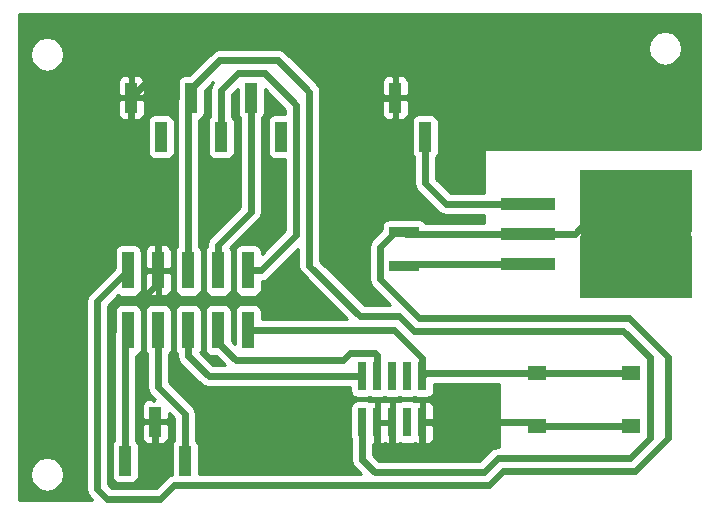
<source format=gbr>
G04 #@! TF.FileFunction,Copper,L1,Top,Mixed*
%FSLAX46Y46*%
G04 Gerber Fmt 4.6, Leading zero omitted, Abs format (unit mm)*
G04 Created by KiCad (PCBNEW 4.0.7-e2-6376~60~ubuntu17.10.1) date Thu Apr  5 10:53:41 2018*
%MOMM*%
%LPD*%
G01*
G04 APERTURE LIST*
%ADD10C,0.100000*%
%ADD11R,1.000000X3.150000*%
%ADD12R,1.000000X2.510000*%
%ADD13R,0.740000X2.400000*%
%ADD14R,2.500000X0.900000*%
%ADD15R,1.550000X1.300000*%
%ADD16R,4.600000X1.100000*%
%ADD17R,9.400000X10.800000*%
%ADD18R,4.550000X5.250000*%
%ADD19C,0.600000*%
%ADD20C,0.254000*%
G04 APERTURE END LIST*
D10*
D11*
X134874000Y-86883000D03*
X134874000Y-91933000D03*
X132334000Y-86883000D03*
X132334000Y-91933000D03*
X129794000Y-86883000D03*
X129794000Y-91933000D03*
X127254000Y-86883000D03*
X127254000Y-91933000D03*
X124714000Y-86883000D03*
X124714000Y-91933000D03*
D12*
X127000000Y-99691000D03*
X129540000Y-103001000D03*
X124460000Y-103001000D03*
D13*
X144526000Y-99740000D03*
X144526000Y-95840000D03*
X145796000Y-99740000D03*
X145796000Y-95840000D03*
X147066000Y-99740000D03*
X147066000Y-95840000D03*
X148336000Y-99740000D03*
X148336000Y-95840000D03*
X149606000Y-99740000D03*
X149606000Y-95840000D03*
D12*
X149860000Y-75569000D03*
X147320000Y-72259000D03*
X127508000Y-75569000D03*
X132588000Y-75569000D03*
X137668000Y-75569000D03*
X124968000Y-72259000D03*
X130048000Y-72259000D03*
X135128000Y-72259000D03*
D14*
X148082000Y-86540000D03*
X148082000Y-83640000D03*
D15*
X159347000Y-95540000D03*
X167297000Y-95540000D03*
X159347000Y-100040000D03*
X167297000Y-100040000D03*
D16*
X158563000Y-81280000D03*
X158563000Y-83820000D03*
X158563000Y-86360000D03*
D17*
X167713000Y-83820000D03*
D18*
X170138000Y-86595000D03*
X165288000Y-81045000D03*
X170138000Y-81045000D03*
X165288000Y-86595000D03*
D19*
X134874000Y-86883000D02*
X135974000Y-86883000D01*
X135974000Y-86883000D02*
X138968001Y-83888999D01*
X138968001Y-83888999D02*
X138968001Y-72903999D01*
X138968001Y-72903999D02*
X136268001Y-70203999D01*
X136268001Y-70203999D02*
X133987999Y-70203999D01*
X133987999Y-70203999D02*
X132588000Y-71603998D01*
X132588000Y-71603998D02*
X132588000Y-73714000D01*
X132588000Y-73714000D02*
X132588000Y-75569000D01*
X149606000Y-94315302D02*
X149606000Y-95840000D01*
X134874000Y-91933000D02*
X147223698Y-91933000D01*
X147223698Y-91933000D02*
X149606000Y-94315302D01*
X149606000Y-95840000D02*
X149906000Y-95540000D01*
X149906000Y-95540000D02*
X159347000Y-95540000D01*
X159347000Y-95540000D02*
X167297000Y-95540000D01*
X159047000Y-95840000D02*
X159347000Y-95540000D01*
X132334000Y-86883000D02*
X132334000Y-84708000D01*
X135128000Y-74114000D02*
X135128000Y-72259000D01*
X132334000Y-84708000D02*
X135128000Y-81914000D01*
X135128000Y-81914000D02*
X135128000Y-74114000D01*
X132334000Y-91933000D02*
X132334000Y-93008000D01*
X145796000Y-94040000D02*
X145796000Y-95840000D01*
X132334000Y-93008000D02*
X133814000Y-94488000D01*
X133814000Y-94488000D02*
X142867998Y-94488000D01*
X142867998Y-94488000D02*
X143515999Y-93839999D01*
X143515999Y-93839999D02*
X145595999Y-93839999D01*
X145595999Y-93839999D02*
X145796000Y-94040000D01*
X148878359Y-92032011D02*
X147608359Y-90762011D01*
X147608359Y-90762011D02*
X144356011Y-90762011D01*
X168872001Y-94249999D02*
X166654013Y-92032011D01*
X166654013Y-92032011D02*
X148878359Y-92032011D01*
X140068013Y-86474013D02*
X140068013Y-71742013D01*
X168872001Y-101098349D02*
X168872001Y-94249999D01*
X132448011Y-69103989D02*
X130048000Y-71504000D01*
X130048000Y-71504000D02*
X130048000Y-72259000D01*
X167184361Y-102785989D02*
X168872001Y-101098349D01*
X140068013Y-71742013D02*
X137429989Y-69103989D01*
X137429989Y-69103989D02*
X132448011Y-69103989D01*
X156008361Y-102785989D02*
X167184361Y-102785989D01*
X154824340Y-103970010D02*
X156008361Y-102785989D01*
X144526000Y-102901649D02*
X145594361Y-103970010D01*
X145594361Y-103970010D02*
X154824340Y-103970010D01*
X144356011Y-90762011D02*
X140068013Y-86474013D01*
X144526000Y-99740000D02*
X144526000Y-102901649D01*
X129794000Y-86883000D02*
X129794000Y-72513000D01*
X129794000Y-72513000D02*
X130048000Y-72259000D01*
X129794000Y-91933000D02*
X129794000Y-94108000D01*
X129794000Y-94108000D02*
X131526000Y-95840000D01*
X143556000Y-95840000D02*
X144526000Y-95840000D01*
X131526000Y-95840000D02*
X143556000Y-95840000D01*
X123419998Y-105156000D02*
X125500002Y-105156000D01*
X125500002Y-105156000D02*
X127000000Y-103656002D01*
X127000000Y-103656002D02*
X127000000Y-101546000D01*
X127000000Y-101546000D02*
X127000000Y-99691000D01*
X125654001Y-89557999D02*
X123573999Y-89557999D01*
X127254000Y-87958000D02*
X125654001Y-89557999D01*
X127254000Y-86883000D02*
X127254000Y-87958000D01*
X123573999Y-89557999D02*
X123159999Y-89971999D01*
X123159999Y-89971999D02*
X123159999Y-104896001D01*
X123159999Y-104896001D02*
X123419998Y-105156000D01*
X141964978Y-68003978D02*
X146220000Y-72259000D01*
X124968000Y-72259000D02*
X129223022Y-68003978D01*
X129223022Y-68003978D02*
X141964978Y-68003978D01*
X146220000Y-72259000D02*
X147320000Y-72259000D01*
X124968000Y-72259000D02*
X124968000Y-76224002D01*
X124968000Y-76224002D02*
X127254000Y-78510002D01*
X127254000Y-78510002D02*
X127254000Y-84708000D01*
X127254000Y-84708000D02*
X127254000Y-86883000D01*
X145796000Y-102616000D02*
X146050000Y-102870000D01*
X146050000Y-102870000D02*
X147320000Y-102870000D01*
X145796000Y-99740000D02*
X145796000Y-102616000D01*
X149352000Y-102870000D02*
X149606000Y-102616000D01*
X149606000Y-102616000D02*
X149606000Y-99740000D01*
X147320000Y-102870000D02*
X149352000Y-102870000D01*
X147066000Y-102616000D02*
X147320000Y-102870000D01*
X147066000Y-99740000D02*
X147066000Y-102616000D01*
X149606000Y-99740000D02*
X159047000Y-99740000D01*
X159047000Y-99740000D02*
X159347000Y-100040000D01*
X159347000Y-100040000D02*
X160722000Y-100040000D01*
X160722000Y-100040000D02*
X167297000Y-100040000D01*
X129540000Y-103001000D02*
X129540000Y-99035998D01*
X129540000Y-99035998D02*
X127254000Y-96749998D01*
X127254000Y-96749998D02*
X127254000Y-94108000D01*
X127254000Y-94108000D02*
X127254000Y-91933000D01*
X167640000Y-103886000D02*
X156464000Y-103886000D01*
X170434000Y-94256348D02*
X170434000Y-101092000D01*
X167640000Y-103886000D02*
X170434000Y-101092000D01*
X158563000Y-83820000D02*
X162513000Y-83820000D01*
X162513000Y-83820000D02*
X165288000Y-81045000D01*
X127455639Y-106256011D02*
X122964359Y-106256011D01*
X156464000Y-103886000D02*
X155279979Y-105070021D01*
X155279979Y-105070021D02*
X128641629Y-105070021D01*
X122964359Y-106256011D02*
X122059988Y-105351640D01*
X122059988Y-105351640D02*
X122059988Y-89516360D01*
X167109652Y-90932000D02*
X170434000Y-94256348D01*
X124693348Y-86883000D02*
X124714000Y-86883000D01*
X149333998Y-90932000D02*
X167109652Y-90932000D01*
X122059988Y-89516360D02*
X124693348Y-86883000D01*
X146031999Y-87630001D02*
X149333998Y-90932000D01*
X147282000Y-83640000D02*
X146031999Y-84890001D01*
X146031999Y-84890001D02*
X146031999Y-87630001D01*
X148082000Y-83640000D02*
X147282000Y-83640000D01*
X128641629Y-105070021D02*
X127455639Y-106256011D01*
X158563000Y-83820000D02*
X148262000Y-83820000D01*
X148262000Y-83820000D02*
X148082000Y-83640000D01*
X124460000Y-103001000D02*
X124460000Y-92187000D01*
X124460000Y-92187000D02*
X124714000Y-91933000D01*
X158563000Y-81280000D02*
X151638000Y-81280000D01*
X149860000Y-79502000D02*
X149860000Y-75569000D01*
X151638000Y-81280000D02*
X149860000Y-79502000D01*
X158563000Y-86360000D02*
X148262000Y-86360000D01*
X148262000Y-86360000D02*
X148082000Y-86540000D01*
D20*
G36*
X173101000Y-76581000D02*
X154940000Y-76581000D01*
X154890590Y-76591006D01*
X154848965Y-76619447D01*
X154821685Y-76661841D01*
X154813000Y-76708000D01*
X154813000Y-80345000D01*
X152025290Y-80345000D01*
X150795000Y-79114710D01*
X150795000Y-77298669D01*
X150811441Y-77288090D01*
X150956431Y-77075890D01*
X151007440Y-76824000D01*
X151007440Y-74314000D01*
X150963162Y-74078683D01*
X150824090Y-73862559D01*
X150611890Y-73717569D01*
X150360000Y-73666560D01*
X149360000Y-73666560D01*
X149124683Y-73710838D01*
X148908559Y-73849910D01*
X148763569Y-74062110D01*
X148712560Y-74314000D01*
X148712560Y-76824000D01*
X148756838Y-77059317D01*
X148895910Y-77275441D01*
X148925000Y-77295317D01*
X148925000Y-79502000D01*
X148996173Y-79859809D01*
X149198855Y-80163145D01*
X150976855Y-81941145D01*
X151280191Y-82143827D01*
X151638000Y-82215000D01*
X154813000Y-82215000D01*
X154813000Y-82885000D01*
X149890322Y-82885000D01*
X149796090Y-82738559D01*
X149583890Y-82593569D01*
X149332000Y-82542560D01*
X146832000Y-82542560D01*
X146596683Y-82586838D01*
X146380559Y-82725910D01*
X146235569Y-82938110D01*
X146184560Y-83190000D01*
X146184560Y-83415150D01*
X145370854Y-84228856D01*
X145168172Y-84532192D01*
X145096999Y-84890001D01*
X145096999Y-87630001D01*
X145168172Y-87987810D01*
X145370854Y-88291146D01*
X146906719Y-89827011D01*
X144743301Y-89827011D01*
X141003013Y-86086723D01*
X141003013Y-72544750D01*
X146185000Y-72544750D01*
X146185000Y-73640309D01*
X146281673Y-73873698D01*
X146460301Y-74052327D01*
X146693690Y-74149000D01*
X147034250Y-74149000D01*
X147193000Y-73990250D01*
X147193000Y-72386000D01*
X147447000Y-72386000D01*
X147447000Y-73990250D01*
X147605750Y-74149000D01*
X147946310Y-74149000D01*
X148179699Y-74052327D01*
X148358327Y-73873698D01*
X148455000Y-73640309D01*
X148455000Y-72544750D01*
X148296250Y-72386000D01*
X147447000Y-72386000D01*
X147193000Y-72386000D01*
X146343750Y-72386000D01*
X146185000Y-72544750D01*
X141003013Y-72544750D01*
X141003013Y-71742013D01*
X140931840Y-71384204D01*
X140729158Y-71080868D01*
X140525981Y-70877691D01*
X146185000Y-70877691D01*
X146185000Y-71973250D01*
X146343750Y-72132000D01*
X147193000Y-72132000D01*
X147193000Y-70527750D01*
X147447000Y-70527750D01*
X147447000Y-72132000D01*
X148296250Y-72132000D01*
X148455000Y-71973250D01*
X148455000Y-70877691D01*
X148358327Y-70644302D01*
X148179699Y-70465673D01*
X147946310Y-70369000D01*
X147605750Y-70369000D01*
X147447000Y-70527750D01*
X147193000Y-70527750D01*
X147034250Y-70369000D01*
X146693690Y-70369000D01*
X146460301Y-70465673D01*
X146281673Y-70644302D01*
X146185000Y-70877691D01*
X140525981Y-70877691D01*
X138091134Y-68442844D01*
X137787798Y-68240162D01*
X137429989Y-68168989D01*
X132448011Y-68168989D01*
X132090202Y-68240162D01*
X131786866Y-68442844D01*
X129873150Y-70356560D01*
X129548000Y-70356560D01*
X129312683Y-70400838D01*
X129096559Y-70539910D01*
X128951569Y-70752110D01*
X128900560Y-71004000D01*
X128900560Y-72304065D01*
X128859000Y-72513000D01*
X128859000Y-84833331D01*
X128842559Y-84843910D01*
X128697569Y-85056110D01*
X128646560Y-85308000D01*
X128646560Y-88458000D01*
X128690838Y-88693317D01*
X128829910Y-88909441D01*
X129042110Y-89054431D01*
X129294000Y-89105440D01*
X130294000Y-89105440D01*
X130529317Y-89061162D01*
X130745441Y-88922090D01*
X130890431Y-88709890D01*
X130941440Y-88458000D01*
X130941440Y-85308000D01*
X130897162Y-85072683D01*
X130758090Y-84856559D01*
X130729000Y-84836683D01*
X130729000Y-74127382D01*
X130783317Y-74117162D01*
X130999441Y-73978090D01*
X131144431Y-73765890D01*
X131195440Y-73514000D01*
X131195440Y-71678850D01*
X131917628Y-70956662D01*
X131724173Y-71246189D01*
X131653000Y-71603998D01*
X131653000Y-73839331D01*
X131636559Y-73849910D01*
X131491569Y-74062110D01*
X131440560Y-74314000D01*
X131440560Y-76824000D01*
X131484838Y-77059317D01*
X131623910Y-77275441D01*
X131836110Y-77420431D01*
X132088000Y-77471440D01*
X133088000Y-77471440D01*
X133323317Y-77427162D01*
X133539441Y-77288090D01*
X133684431Y-77075890D01*
X133735440Y-76824000D01*
X133735440Y-74314000D01*
X133691162Y-74078683D01*
X133552090Y-73862559D01*
X133523000Y-73842683D01*
X133523000Y-71991288D01*
X133980560Y-71533728D01*
X133980560Y-73514000D01*
X134024838Y-73749317D01*
X134163910Y-73965441D01*
X134193000Y-73985317D01*
X134193000Y-81526710D01*
X131672855Y-84046855D01*
X131470173Y-84350191D01*
X131399000Y-84708000D01*
X131399000Y-84833331D01*
X131382559Y-84843910D01*
X131237569Y-85056110D01*
X131186560Y-85308000D01*
X131186560Y-88458000D01*
X131230838Y-88693317D01*
X131369910Y-88909441D01*
X131582110Y-89054431D01*
X131834000Y-89105440D01*
X132834000Y-89105440D01*
X133069317Y-89061162D01*
X133285441Y-88922090D01*
X133430431Y-88709890D01*
X133481440Y-88458000D01*
X133481440Y-85308000D01*
X133437162Y-85072683D01*
X133380172Y-84984118D01*
X135789145Y-82575145D01*
X135991827Y-82271809D01*
X136063000Y-81914000D01*
X136063000Y-73988669D01*
X136079441Y-73978090D01*
X136224431Y-73765890D01*
X136275440Y-73514000D01*
X136275440Y-71533728D01*
X138033001Y-73291289D01*
X138033001Y-73666560D01*
X137168000Y-73666560D01*
X136932683Y-73710838D01*
X136716559Y-73849910D01*
X136571569Y-74062110D01*
X136520560Y-74314000D01*
X136520560Y-76824000D01*
X136564838Y-77059317D01*
X136703910Y-77275441D01*
X136916110Y-77420431D01*
X137168000Y-77471440D01*
X138033001Y-77471440D01*
X138033001Y-83501709D01*
X136021440Y-85513270D01*
X136021440Y-85308000D01*
X135977162Y-85072683D01*
X135838090Y-84856559D01*
X135625890Y-84711569D01*
X135374000Y-84660560D01*
X134374000Y-84660560D01*
X134138683Y-84704838D01*
X133922559Y-84843910D01*
X133777569Y-85056110D01*
X133726560Y-85308000D01*
X133726560Y-88458000D01*
X133770838Y-88693317D01*
X133909910Y-88909441D01*
X134122110Y-89054431D01*
X134374000Y-89105440D01*
X135374000Y-89105440D01*
X135609317Y-89061162D01*
X135825441Y-88922090D01*
X135970431Y-88709890D01*
X136021440Y-88458000D01*
X136021440Y-87808564D01*
X136331809Y-87746827D01*
X136635145Y-87544145D01*
X139133013Y-85046277D01*
X139133013Y-86474013D01*
X139204186Y-86831822D01*
X139406868Y-87135158D01*
X143269710Y-90998000D01*
X136021440Y-90998000D01*
X136021440Y-90358000D01*
X135977162Y-90122683D01*
X135838090Y-89906559D01*
X135625890Y-89761569D01*
X135374000Y-89710560D01*
X134374000Y-89710560D01*
X134138683Y-89754838D01*
X133922559Y-89893910D01*
X133777569Y-90106110D01*
X133726560Y-90358000D01*
X133726560Y-93078270D01*
X133481440Y-92833150D01*
X133481440Y-90358000D01*
X133437162Y-90122683D01*
X133298090Y-89906559D01*
X133085890Y-89761569D01*
X132834000Y-89710560D01*
X131834000Y-89710560D01*
X131598683Y-89754838D01*
X131382559Y-89893910D01*
X131237569Y-90106110D01*
X131186560Y-90358000D01*
X131186560Y-93508000D01*
X131230838Y-93743317D01*
X131369910Y-93959441D01*
X131582110Y-94104431D01*
X131834000Y-94155440D01*
X132159150Y-94155440D01*
X132908710Y-94905000D01*
X131913290Y-94905000D01*
X130840807Y-93832517D01*
X130890431Y-93759890D01*
X130941440Y-93508000D01*
X130941440Y-90358000D01*
X130897162Y-90122683D01*
X130758090Y-89906559D01*
X130545890Y-89761569D01*
X130294000Y-89710560D01*
X129294000Y-89710560D01*
X129058683Y-89754838D01*
X128842559Y-89893910D01*
X128697569Y-90106110D01*
X128646560Y-90358000D01*
X128646560Y-93508000D01*
X128690838Y-93743317D01*
X128829910Y-93959441D01*
X128859000Y-93979317D01*
X128859000Y-94108000D01*
X128930173Y-94465809D01*
X129132855Y-94769145D01*
X130864855Y-96501145D01*
X131168191Y-96703827D01*
X131526000Y-96775000D01*
X143508560Y-96775000D01*
X143508560Y-97040000D01*
X143552838Y-97275317D01*
X143691910Y-97491441D01*
X143904110Y-97636431D01*
X144156000Y-97687440D01*
X144896000Y-97687440D01*
X145131317Y-97643162D01*
X145158428Y-97625716D01*
X145174110Y-97636431D01*
X145426000Y-97687440D01*
X146166000Y-97687440D01*
X146401317Y-97643162D01*
X146428428Y-97625716D01*
X146444110Y-97636431D01*
X146696000Y-97687440D01*
X147436000Y-97687440D01*
X147671317Y-97643162D01*
X147698428Y-97625716D01*
X147714110Y-97636431D01*
X147966000Y-97687440D01*
X148706000Y-97687440D01*
X148941317Y-97643162D01*
X148968428Y-97625716D01*
X148984110Y-97636431D01*
X149236000Y-97687440D01*
X149976000Y-97687440D01*
X150211317Y-97643162D01*
X150427441Y-97504090D01*
X150572431Y-97291890D01*
X150623440Y-97040000D01*
X150623440Y-96475000D01*
X156083000Y-96475000D01*
X156083000Y-101850989D01*
X156008366Y-101850989D01*
X156008361Y-101850988D01*
X155709917Y-101910353D01*
X155650552Y-101922162D01*
X155477454Y-102037822D01*
X155347216Y-102124844D01*
X154437050Y-103035010D01*
X145981651Y-103035010D01*
X145461000Y-102514359D01*
X145461000Y-101575000D01*
X145510250Y-101575000D01*
X145669000Y-101416250D01*
X145669000Y-99867000D01*
X145923000Y-99867000D01*
X145923000Y-101416250D01*
X146081750Y-101575000D01*
X146292310Y-101575000D01*
X146431000Y-101517553D01*
X146569690Y-101575000D01*
X146780250Y-101575000D01*
X146939000Y-101416250D01*
X146939000Y-99867000D01*
X145923000Y-99867000D01*
X145669000Y-99867000D01*
X145649000Y-99867000D01*
X145649000Y-99613000D01*
X145669000Y-99613000D01*
X145669000Y-98063750D01*
X145923000Y-98063750D01*
X145923000Y-99613000D01*
X146939000Y-99613000D01*
X146939000Y-98063750D01*
X147193000Y-98063750D01*
X147193000Y-99613000D01*
X147213000Y-99613000D01*
X147213000Y-99867000D01*
X147193000Y-99867000D01*
X147193000Y-101416250D01*
X147351750Y-101575000D01*
X147562310Y-101575000D01*
X147691961Y-101521297D01*
X147714110Y-101536431D01*
X147966000Y-101587440D01*
X148706000Y-101587440D01*
X148941317Y-101543162D01*
X148977154Y-101520102D01*
X149109690Y-101575000D01*
X149320250Y-101575000D01*
X149479000Y-101416250D01*
X149479000Y-99867000D01*
X149733000Y-99867000D01*
X149733000Y-101416250D01*
X149891750Y-101575000D01*
X150102310Y-101575000D01*
X150335699Y-101478327D01*
X150514327Y-101299698D01*
X150611000Y-101066309D01*
X150611000Y-100025750D01*
X150452250Y-99867000D01*
X149733000Y-99867000D01*
X149479000Y-99867000D01*
X149459000Y-99867000D01*
X149459000Y-99613000D01*
X149479000Y-99613000D01*
X149479000Y-98063750D01*
X149733000Y-98063750D01*
X149733000Y-99613000D01*
X150452250Y-99613000D01*
X150611000Y-99454250D01*
X150611000Y-98413691D01*
X150514327Y-98180302D01*
X150335699Y-98001673D01*
X150102310Y-97905000D01*
X149891750Y-97905000D01*
X149733000Y-98063750D01*
X149479000Y-98063750D01*
X149320250Y-97905000D01*
X149109690Y-97905000D01*
X148980039Y-97958703D01*
X148957890Y-97943569D01*
X148706000Y-97892560D01*
X147966000Y-97892560D01*
X147730683Y-97936838D01*
X147694846Y-97959898D01*
X147562310Y-97905000D01*
X147351750Y-97905000D01*
X147193000Y-98063750D01*
X146939000Y-98063750D01*
X146780250Y-97905000D01*
X146569690Y-97905000D01*
X146431000Y-97962447D01*
X146292310Y-97905000D01*
X146081750Y-97905000D01*
X145923000Y-98063750D01*
X145669000Y-98063750D01*
X145510250Y-97905000D01*
X145299690Y-97905000D01*
X145170039Y-97958703D01*
X145147890Y-97943569D01*
X144896000Y-97892560D01*
X144156000Y-97892560D01*
X143920683Y-97936838D01*
X143704559Y-98075910D01*
X143559569Y-98288110D01*
X143508560Y-98540000D01*
X143508560Y-100940000D01*
X143552838Y-101175317D01*
X143591000Y-101234622D01*
X143591000Y-102901649D01*
X143662173Y-103259458D01*
X143864855Y-103562794D01*
X144437082Y-104135021D01*
X130687440Y-104135021D01*
X130687440Y-101746000D01*
X130643162Y-101510683D01*
X130504090Y-101294559D01*
X130475000Y-101274683D01*
X130475000Y-99035998D01*
X130403827Y-98678189D01*
X130201145Y-98374853D01*
X128189000Y-96362708D01*
X128189000Y-93982669D01*
X128205441Y-93972090D01*
X128350431Y-93759890D01*
X128401440Y-93508000D01*
X128401440Y-90358000D01*
X128357162Y-90122683D01*
X128218090Y-89906559D01*
X128005890Y-89761569D01*
X127754000Y-89710560D01*
X126754000Y-89710560D01*
X126518683Y-89754838D01*
X126302559Y-89893910D01*
X126157569Y-90106110D01*
X126106560Y-90358000D01*
X126106560Y-93508000D01*
X126150838Y-93743317D01*
X126289910Y-93959441D01*
X126319000Y-93979317D01*
X126319000Y-96749998D01*
X126390173Y-97107807D01*
X126592855Y-97411143D01*
X126982712Y-97801000D01*
X126872998Y-97801000D01*
X126872998Y-97959748D01*
X126714250Y-97801000D01*
X126373690Y-97801000D01*
X126140301Y-97897673D01*
X125961673Y-98076302D01*
X125865000Y-98309691D01*
X125865000Y-99405250D01*
X126023750Y-99564000D01*
X126873000Y-99564000D01*
X126873000Y-99544000D01*
X127127000Y-99544000D01*
X127127000Y-99564000D01*
X127976250Y-99564000D01*
X128135000Y-99405250D01*
X128135000Y-98953288D01*
X128605000Y-99423288D01*
X128605000Y-101271331D01*
X128588559Y-101281910D01*
X128443569Y-101494110D01*
X128392560Y-101746000D01*
X128392560Y-104184564D01*
X128283820Y-104206194D01*
X127980484Y-104408876D01*
X127068349Y-105321011D01*
X123351649Y-105321011D01*
X122994988Y-104964350D01*
X122994988Y-101746000D01*
X123312560Y-101746000D01*
X123312560Y-104256000D01*
X123356838Y-104491317D01*
X123495910Y-104707441D01*
X123708110Y-104852431D01*
X123960000Y-104903440D01*
X124960000Y-104903440D01*
X125195317Y-104859162D01*
X125411441Y-104720090D01*
X125556431Y-104507890D01*
X125607440Y-104256000D01*
X125607440Y-101746000D01*
X125563162Y-101510683D01*
X125424090Y-101294559D01*
X125395000Y-101274683D01*
X125395000Y-99976750D01*
X125865000Y-99976750D01*
X125865000Y-101072309D01*
X125961673Y-101305698D01*
X126140301Y-101484327D01*
X126373690Y-101581000D01*
X126714250Y-101581000D01*
X126873000Y-101422250D01*
X126873000Y-99818000D01*
X127127000Y-99818000D01*
X127127000Y-101422250D01*
X127285750Y-101581000D01*
X127626310Y-101581000D01*
X127859699Y-101484327D01*
X128038327Y-101305698D01*
X128135000Y-101072309D01*
X128135000Y-99976750D01*
X127976250Y-99818000D01*
X127127000Y-99818000D01*
X126873000Y-99818000D01*
X126023750Y-99818000D01*
X125865000Y-99976750D01*
X125395000Y-99976750D01*
X125395000Y-94121382D01*
X125449317Y-94111162D01*
X125665441Y-93972090D01*
X125810431Y-93759890D01*
X125861440Y-93508000D01*
X125861440Y-90358000D01*
X125817162Y-90122683D01*
X125678090Y-89906559D01*
X125465890Y-89761569D01*
X125214000Y-89710560D01*
X124214000Y-89710560D01*
X123978683Y-89754838D01*
X123762559Y-89893910D01*
X123617569Y-90106110D01*
X123566560Y-90358000D01*
X123566560Y-91978065D01*
X123525000Y-92187000D01*
X123525000Y-101271331D01*
X123508559Y-101281910D01*
X123363569Y-101494110D01*
X123312560Y-101746000D01*
X122994988Y-101746000D01*
X122994988Y-89903650D01*
X123892066Y-89006572D01*
X123962110Y-89054431D01*
X124214000Y-89105440D01*
X125214000Y-89105440D01*
X125449317Y-89061162D01*
X125665441Y-88922090D01*
X125810431Y-88709890D01*
X125861440Y-88458000D01*
X125861440Y-87168750D01*
X126119000Y-87168750D01*
X126119000Y-88584309D01*
X126215673Y-88817698D01*
X126394301Y-88996327D01*
X126627690Y-89093000D01*
X126968250Y-89093000D01*
X127127000Y-88934250D01*
X127127000Y-87010000D01*
X127381000Y-87010000D01*
X127381000Y-88934250D01*
X127539750Y-89093000D01*
X127880310Y-89093000D01*
X128113699Y-88996327D01*
X128292327Y-88817698D01*
X128389000Y-88584309D01*
X128389000Y-87168750D01*
X128230250Y-87010000D01*
X127381000Y-87010000D01*
X127127000Y-87010000D01*
X126277750Y-87010000D01*
X126119000Y-87168750D01*
X125861440Y-87168750D01*
X125861440Y-85308000D01*
X125837674Y-85181691D01*
X126119000Y-85181691D01*
X126119000Y-86597250D01*
X126277750Y-86756000D01*
X127127000Y-86756000D01*
X127127000Y-84831750D01*
X127381000Y-84831750D01*
X127381000Y-86756000D01*
X128230250Y-86756000D01*
X128389000Y-86597250D01*
X128389000Y-85181691D01*
X128292327Y-84948302D01*
X128113699Y-84769673D01*
X127880310Y-84673000D01*
X127539750Y-84673000D01*
X127381000Y-84831750D01*
X127127000Y-84831750D01*
X126968250Y-84673000D01*
X126627690Y-84673000D01*
X126394301Y-84769673D01*
X126215673Y-84948302D01*
X126119000Y-85181691D01*
X125837674Y-85181691D01*
X125817162Y-85072683D01*
X125678090Y-84856559D01*
X125465890Y-84711569D01*
X125214000Y-84660560D01*
X124214000Y-84660560D01*
X123978683Y-84704838D01*
X123762559Y-84843910D01*
X123617569Y-85056110D01*
X123566560Y-85308000D01*
X123566560Y-86687498D01*
X121398843Y-88855215D01*
X121196161Y-89158551D01*
X121124988Y-89516360D01*
X121124988Y-105351640D01*
X121196161Y-105709449D01*
X121398843Y-106012785D01*
X121685058Y-106299000D01*
X115443000Y-106299000D01*
X115443000Y-104140000D01*
X116384000Y-104140000D01*
X116496049Y-104703310D01*
X116815139Y-105180861D01*
X117292690Y-105499951D01*
X117856000Y-105612000D01*
X118419310Y-105499951D01*
X118896861Y-105180861D01*
X119215951Y-104703310D01*
X119328000Y-104140000D01*
X119215951Y-103576690D01*
X118896861Y-103099139D01*
X118419310Y-102780049D01*
X117856000Y-102668000D01*
X117292690Y-102780049D01*
X116815139Y-103099139D01*
X116496049Y-103576690D01*
X116384000Y-104140000D01*
X115443000Y-104140000D01*
X115443000Y-74314000D01*
X126360560Y-74314000D01*
X126360560Y-76824000D01*
X126404838Y-77059317D01*
X126543910Y-77275441D01*
X126756110Y-77420431D01*
X127008000Y-77471440D01*
X128008000Y-77471440D01*
X128243317Y-77427162D01*
X128459441Y-77288090D01*
X128604431Y-77075890D01*
X128655440Y-76824000D01*
X128655440Y-74314000D01*
X128611162Y-74078683D01*
X128472090Y-73862559D01*
X128259890Y-73717569D01*
X128008000Y-73666560D01*
X127008000Y-73666560D01*
X126772683Y-73710838D01*
X126556559Y-73849910D01*
X126411569Y-74062110D01*
X126360560Y-74314000D01*
X115443000Y-74314000D01*
X115443000Y-72544750D01*
X123833000Y-72544750D01*
X123833000Y-73640309D01*
X123929673Y-73873698D01*
X124108301Y-74052327D01*
X124341690Y-74149000D01*
X124682250Y-74149000D01*
X124841000Y-73990250D01*
X124841000Y-72386000D01*
X125095000Y-72386000D01*
X125095000Y-73990250D01*
X125253750Y-74149000D01*
X125594310Y-74149000D01*
X125827699Y-74052327D01*
X126006327Y-73873698D01*
X126103000Y-73640309D01*
X126103000Y-72544750D01*
X125944250Y-72386000D01*
X125095000Y-72386000D01*
X124841000Y-72386000D01*
X123991750Y-72386000D01*
X123833000Y-72544750D01*
X115443000Y-72544750D01*
X115443000Y-70877691D01*
X123833000Y-70877691D01*
X123833000Y-71973250D01*
X123991750Y-72132000D01*
X124841000Y-72132000D01*
X124841000Y-70527750D01*
X125095000Y-70527750D01*
X125095000Y-72132000D01*
X125944250Y-72132000D01*
X126103000Y-71973250D01*
X126103000Y-70877691D01*
X126006327Y-70644302D01*
X125827699Y-70465673D01*
X125594310Y-70369000D01*
X125253750Y-70369000D01*
X125095000Y-70527750D01*
X124841000Y-70527750D01*
X124682250Y-70369000D01*
X124341690Y-70369000D01*
X124108301Y-70465673D01*
X123929673Y-70644302D01*
X123833000Y-70877691D01*
X115443000Y-70877691D01*
X115443000Y-68580000D01*
X116384000Y-68580000D01*
X116496049Y-69143310D01*
X116815139Y-69620861D01*
X117292690Y-69939951D01*
X117856000Y-70052000D01*
X118419310Y-69939951D01*
X118896861Y-69620861D01*
X119215951Y-69143310D01*
X119328000Y-68580000D01*
X119226953Y-68072000D01*
X168708000Y-68072000D01*
X168820049Y-68635310D01*
X169139139Y-69112861D01*
X169616690Y-69431951D01*
X170180000Y-69544000D01*
X170743310Y-69431951D01*
X171220861Y-69112861D01*
X171539951Y-68635310D01*
X171652000Y-68072000D01*
X171539951Y-67508690D01*
X171220861Y-67031139D01*
X170743310Y-66712049D01*
X170180000Y-66600000D01*
X169616690Y-66712049D01*
X169139139Y-67031139D01*
X168820049Y-67508690D01*
X168708000Y-68072000D01*
X119226953Y-68072000D01*
X119215951Y-68016690D01*
X118896861Y-67539139D01*
X118419310Y-67220049D01*
X117856000Y-67108000D01*
X117292690Y-67220049D01*
X116815139Y-67539139D01*
X116496049Y-68016690D01*
X116384000Y-68580000D01*
X115443000Y-68580000D01*
X115443000Y-65151000D01*
X173101000Y-65151000D01*
X173101000Y-76581000D01*
X173101000Y-76581000D01*
G37*
X173101000Y-76581000D02*
X154940000Y-76581000D01*
X154890590Y-76591006D01*
X154848965Y-76619447D01*
X154821685Y-76661841D01*
X154813000Y-76708000D01*
X154813000Y-80345000D01*
X152025290Y-80345000D01*
X150795000Y-79114710D01*
X150795000Y-77298669D01*
X150811441Y-77288090D01*
X150956431Y-77075890D01*
X151007440Y-76824000D01*
X151007440Y-74314000D01*
X150963162Y-74078683D01*
X150824090Y-73862559D01*
X150611890Y-73717569D01*
X150360000Y-73666560D01*
X149360000Y-73666560D01*
X149124683Y-73710838D01*
X148908559Y-73849910D01*
X148763569Y-74062110D01*
X148712560Y-74314000D01*
X148712560Y-76824000D01*
X148756838Y-77059317D01*
X148895910Y-77275441D01*
X148925000Y-77295317D01*
X148925000Y-79502000D01*
X148996173Y-79859809D01*
X149198855Y-80163145D01*
X150976855Y-81941145D01*
X151280191Y-82143827D01*
X151638000Y-82215000D01*
X154813000Y-82215000D01*
X154813000Y-82885000D01*
X149890322Y-82885000D01*
X149796090Y-82738559D01*
X149583890Y-82593569D01*
X149332000Y-82542560D01*
X146832000Y-82542560D01*
X146596683Y-82586838D01*
X146380559Y-82725910D01*
X146235569Y-82938110D01*
X146184560Y-83190000D01*
X146184560Y-83415150D01*
X145370854Y-84228856D01*
X145168172Y-84532192D01*
X145096999Y-84890001D01*
X145096999Y-87630001D01*
X145168172Y-87987810D01*
X145370854Y-88291146D01*
X146906719Y-89827011D01*
X144743301Y-89827011D01*
X141003013Y-86086723D01*
X141003013Y-72544750D01*
X146185000Y-72544750D01*
X146185000Y-73640309D01*
X146281673Y-73873698D01*
X146460301Y-74052327D01*
X146693690Y-74149000D01*
X147034250Y-74149000D01*
X147193000Y-73990250D01*
X147193000Y-72386000D01*
X147447000Y-72386000D01*
X147447000Y-73990250D01*
X147605750Y-74149000D01*
X147946310Y-74149000D01*
X148179699Y-74052327D01*
X148358327Y-73873698D01*
X148455000Y-73640309D01*
X148455000Y-72544750D01*
X148296250Y-72386000D01*
X147447000Y-72386000D01*
X147193000Y-72386000D01*
X146343750Y-72386000D01*
X146185000Y-72544750D01*
X141003013Y-72544750D01*
X141003013Y-71742013D01*
X140931840Y-71384204D01*
X140729158Y-71080868D01*
X140525981Y-70877691D01*
X146185000Y-70877691D01*
X146185000Y-71973250D01*
X146343750Y-72132000D01*
X147193000Y-72132000D01*
X147193000Y-70527750D01*
X147447000Y-70527750D01*
X147447000Y-72132000D01*
X148296250Y-72132000D01*
X148455000Y-71973250D01*
X148455000Y-70877691D01*
X148358327Y-70644302D01*
X148179699Y-70465673D01*
X147946310Y-70369000D01*
X147605750Y-70369000D01*
X147447000Y-70527750D01*
X147193000Y-70527750D01*
X147034250Y-70369000D01*
X146693690Y-70369000D01*
X146460301Y-70465673D01*
X146281673Y-70644302D01*
X146185000Y-70877691D01*
X140525981Y-70877691D01*
X138091134Y-68442844D01*
X137787798Y-68240162D01*
X137429989Y-68168989D01*
X132448011Y-68168989D01*
X132090202Y-68240162D01*
X131786866Y-68442844D01*
X129873150Y-70356560D01*
X129548000Y-70356560D01*
X129312683Y-70400838D01*
X129096559Y-70539910D01*
X128951569Y-70752110D01*
X128900560Y-71004000D01*
X128900560Y-72304065D01*
X128859000Y-72513000D01*
X128859000Y-84833331D01*
X128842559Y-84843910D01*
X128697569Y-85056110D01*
X128646560Y-85308000D01*
X128646560Y-88458000D01*
X128690838Y-88693317D01*
X128829910Y-88909441D01*
X129042110Y-89054431D01*
X129294000Y-89105440D01*
X130294000Y-89105440D01*
X130529317Y-89061162D01*
X130745441Y-88922090D01*
X130890431Y-88709890D01*
X130941440Y-88458000D01*
X130941440Y-85308000D01*
X130897162Y-85072683D01*
X130758090Y-84856559D01*
X130729000Y-84836683D01*
X130729000Y-74127382D01*
X130783317Y-74117162D01*
X130999441Y-73978090D01*
X131144431Y-73765890D01*
X131195440Y-73514000D01*
X131195440Y-71678850D01*
X131917628Y-70956662D01*
X131724173Y-71246189D01*
X131653000Y-71603998D01*
X131653000Y-73839331D01*
X131636559Y-73849910D01*
X131491569Y-74062110D01*
X131440560Y-74314000D01*
X131440560Y-76824000D01*
X131484838Y-77059317D01*
X131623910Y-77275441D01*
X131836110Y-77420431D01*
X132088000Y-77471440D01*
X133088000Y-77471440D01*
X133323317Y-77427162D01*
X133539441Y-77288090D01*
X133684431Y-77075890D01*
X133735440Y-76824000D01*
X133735440Y-74314000D01*
X133691162Y-74078683D01*
X133552090Y-73862559D01*
X133523000Y-73842683D01*
X133523000Y-71991288D01*
X133980560Y-71533728D01*
X133980560Y-73514000D01*
X134024838Y-73749317D01*
X134163910Y-73965441D01*
X134193000Y-73985317D01*
X134193000Y-81526710D01*
X131672855Y-84046855D01*
X131470173Y-84350191D01*
X131399000Y-84708000D01*
X131399000Y-84833331D01*
X131382559Y-84843910D01*
X131237569Y-85056110D01*
X131186560Y-85308000D01*
X131186560Y-88458000D01*
X131230838Y-88693317D01*
X131369910Y-88909441D01*
X131582110Y-89054431D01*
X131834000Y-89105440D01*
X132834000Y-89105440D01*
X133069317Y-89061162D01*
X133285441Y-88922090D01*
X133430431Y-88709890D01*
X133481440Y-88458000D01*
X133481440Y-85308000D01*
X133437162Y-85072683D01*
X133380172Y-84984118D01*
X135789145Y-82575145D01*
X135991827Y-82271809D01*
X136063000Y-81914000D01*
X136063000Y-73988669D01*
X136079441Y-73978090D01*
X136224431Y-73765890D01*
X136275440Y-73514000D01*
X136275440Y-71533728D01*
X138033001Y-73291289D01*
X138033001Y-73666560D01*
X137168000Y-73666560D01*
X136932683Y-73710838D01*
X136716559Y-73849910D01*
X136571569Y-74062110D01*
X136520560Y-74314000D01*
X136520560Y-76824000D01*
X136564838Y-77059317D01*
X136703910Y-77275441D01*
X136916110Y-77420431D01*
X137168000Y-77471440D01*
X138033001Y-77471440D01*
X138033001Y-83501709D01*
X136021440Y-85513270D01*
X136021440Y-85308000D01*
X135977162Y-85072683D01*
X135838090Y-84856559D01*
X135625890Y-84711569D01*
X135374000Y-84660560D01*
X134374000Y-84660560D01*
X134138683Y-84704838D01*
X133922559Y-84843910D01*
X133777569Y-85056110D01*
X133726560Y-85308000D01*
X133726560Y-88458000D01*
X133770838Y-88693317D01*
X133909910Y-88909441D01*
X134122110Y-89054431D01*
X134374000Y-89105440D01*
X135374000Y-89105440D01*
X135609317Y-89061162D01*
X135825441Y-88922090D01*
X135970431Y-88709890D01*
X136021440Y-88458000D01*
X136021440Y-87808564D01*
X136331809Y-87746827D01*
X136635145Y-87544145D01*
X139133013Y-85046277D01*
X139133013Y-86474013D01*
X139204186Y-86831822D01*
X139406868Y-87135158D01*
X143269710Y-90998000D01*
X136021440Y-90998000D01*
X136021440Y-90358000D01*
X135977162Y-90122683D01*
X135838090Y-89906559D01*
X135625890Y-89761569D01*
X135374000Y-89710560D01*
X134374000Y-89710560D01*
X134138683Y-89754838D01*
X133922559Y-89893910D01*
X133777569Y-90106110D01*
X133726560Y-90358000D01*
X133726560Y-93078270D01*
X133481440Y-92833150D01*
X133481440Y-90358000D01*
X133437162Y-90122683D01*
X133298090Y-89906559D01*
X133085890Y-89761569D01*
X132834000Y-89710560D01*
X131834000Y-89710560D01*
X131598683Y-89754838D01*
X131382559Y-89893910D01*
X131237569Y-90106110D01*
X131186560Y-90358000D01*
X131186560Y-93508000D01*
X131230838Y-93743317D01*
X131369910Y-93959441D01*
X131582110Y-94104431D01*
X131834000Y-94155440D01*
X132159150Y-94155440D01*
X132908710Y-94905000D01*
X131913290Y-94905000D01*
X130840807Y-93832517D01*
X130890431Y-93759890D01*
X130941440Y-93508000D01*
X130941440Y-90358000D01*
X130897162Y-90122683D01*
X130758090Y-89906559D01*
X130545890Y-89761569D01*
X130294000Y-89710560D01*
X129294000Y-89710560D01*
X129058683Y-89754838D01*
X128842559Y-89893910D01*
X128697569Y-90106110D01*
X128646560Y-90358000D01*
X128646560Y-93508000D01*
X128690838Y-93743317D01*
X128829910Y-93959441D01*
X128859000Y-93979317D01*
X128859000Y-94108000D01*
X128930173Y-94465809D01*
X129132855Y-94769145D01*
X130864855Y-96501145D01*
X131168191Y-96703827D01*
X131526000Y-96775000D01*
X143508560Y-96775000D01*
X143508560Y-97040000D01*
X143552838Y-97275317D01*
X143691910Y-97491441D01*
X143904110Y-97636431D01*
X144156000Y-97687440D01*
X144896000Y-97687440D01*
X145131317Y-97643162D01*
X145158428Y-97625716D01*
X145174110Y-97636431D01*
X145426000Y-97687440D01*
X146166000Y-97687440D01*
X146401317Y-97643162D01*
X146428428Y-97625716D01*
X146444110Y-97636431D01*
X146696000Y-97687440D01*
X147436000Y-97687440D01*
X147671317Y-97643162D01*
X147698428Y-97625716D01*
X147714110Y-97636431D01*
X147966000Y-97687440D01*
X148706000Y-97687440D01*
X148941317Y-97643162D01*
X148968428Y-97625716D01*
X148984110Y-97636431D01*
X149236000Y-97687440D01*
X149976000Y-97687440D01*
X150211317Y-97643162D01*
X150427441Y-97504090D01*
X150572431Y-97291890D01*
X150623440Y-97040000D01*
X150623440Y-96475000D01*
X156083000Y-96475000D01*
X156083000Y-101850989D01*
X156008366Y-101850989D01*
X156008361Y-101850988D01*
X155709917Y-101910353D01*
X155650552Y-101922162D01*
X155477454Y-102037822D01*
X155347216Y-102124844D01*
X154437050Y-103035010D01*
X145981651Y-103035010D01*
X145461000Y-102514359D01*
X145461000Y-101575000D01*
X145510250Y-101575000D01*
X145669000Y-101416250D01*
X145669000Y-99867000D01*
X145923000Y-99867000D01*
X145923000Y-101416250D01*
X146081750Y-101575000D01*
X146292310Y-101575000D01*
X146431000Y-101517553D01*
X146569690Y-101575000D01*
X146780250Y-101575000D01*
X146939000Y-101416250D01*
X146939000Y-99867000D01*
X145923000Y-99867000D01*
X145669000Y-99867000D01*
X145649000Y-99867000D01*
X145649000Y-99613000D01*
X145669000Y-99613000D01*
X145669000Y-98063750D01*
X145923000Y-98063750D01*
X145923000Y-99613000D01*
X146939000Y-99613000D01*
X146939000Y-98063750D01*
X147193000Y-98063750D01*
X147193000Y-99613000D01*
X147213000Y-99613000D01*
X147213000Y-99867000D01*
X147193000Y-99867000D01*
X147193000Y-101416250D01*
X147351750Y-101575000D01*
X147562310Y-101575000D01*
X147691961Y-101521297D01*
X147714110Y-101536431D01*
X147966000Y-101587440D01*
X148706000Y-101587440D01*
X148941317Y-101543162D01*
X148977154Y-101520102D01*
X149109690Y-101575000D01*
X149320250Y-101575000D01*
X149479000Y-101416250D01*
X149479000Y-99867000D01*
X149733000Y-99867000D01*
X149733000Y-101416250D01*
X149891750Y-101575000D01*
X150102310Y-101575000D01*
X150335699Y-101478327D01*
X150514327Y-101299698D01*
X150611000Y-101066309D01*
X150611000Y-100025750D01*
X150452250Y-99867000D01*
X149733000Y-99867000D01*
X149479000Y-99867000D01*
X149459000Y-99867000D01*
X149459000Y-99613000D01*
X149479000Y-99613000D01*
X149479000Y-98063750D01*
X149733000Y-98063750D01*
X149733000Y-99613000D01*
X150452250Y-99613000D01*
X150611000Y-99454250D01*
X150611000Y-98413691D01*
X150514327Y-98180302D01*
X150335699Y-98001673D01*
X150102310Y-97905000D01*
X149891750Y-97905000D01*
X149733000Y-98063750D01*
X149479000Y-98063750D01*
X149320250Y-97905000D01*
X149109690Y-97905000D01*
X148980039Y-97958703D01*
X148957890Y-97943569D01*
X148706000Y-97892560D01*
X147966000Y-97892560D01*
X147730683Y-97936838D01*
X147694846Y-97959898D01*
X147562310Y-97905000D01*
X147351750Y-97905000D01*
X147193000Y-98063750D01*
X146939000Y-98063750D01*
X146780250Y-97905000D01*
X146569690Y-97905000D01*
X146431000Y-97962447D01*
X146292310Y-97905000D01*
X146081750Y-97905000D01*
X145923000Y-98063750D01*
X145669000Y-98063750D01*
X145510250Y-97905000D01*
X145299690Y-97905000D01*
X145170039Y-97958703D01*
X145147890Y-97943569D01*
X144896000Y-97892560D01*
X144156000Y-97892560D01*
X143920683Y-97936838D01*
X143704559Y-98075910D01*
X143559569Y-98288110D01*
X143508560Y-98540000D01*
X143508560Y-100940000D01*
X143552838Y-101175317D01*
X143591000Y-101234622D01*
X143591000Y-102901649D01*
X143662173Y-103259458D01*
X143864855Y-103562794D01*
X144437082Y-104135021D01*
X130687440Y-104135021D01*
X130687440Y-101746000D01*
X130643162Y-101510683D01*
X130504090Y-101294559D01*
X130475000Y-101274683D01*
X130475000Y-99035998D01*
X130403827Y-98678189D01*
X130201145Y-98374853D01*
X128189000Y-96362708D01*
X128189000Y-93982669D01*
X128205441Y-93972090D01*
X128350431Y-93759890D01*
X128401440Y-93508000D01*
X128401440Y-90358000D01*
X128357162Y-90122683D01*
X128218090Y-89906559D01*
X128005890Y-89761569D01*
X127754000Y-89710560D01*
X126754000Y-89710560D01*
X126518683Y-89754838D01*
X126302559Y-89893910D01*
X126157569Y-90106110D01*
X126106560Y-90358000D01*
X126106560Y-93508000D01*
X126150838Y-93743317D01*
X126289910Y-93959441D01*
X126319000Y-93979317D01*
X126319000Y-96749998D01*
X126390173Y-97107807D01*
X126592855Y-97411143D01*
X126982712Y-97801000D01*
X126872998Y-97801000D01*
X126872998Y-97959748D01*
X126714250Y-97801000D01*
X126373690Y-97801000D01*
X126140301Y-97897673D01*
X125961673Y-98076302D01*
X125865000Y-98309691D01*
X125865000Y-99405250D01*
X126023750Y-99564000D01*
X126873000Y-99564000D01*
X126873000Y-99544000D01*
X127127000Y-99544000D01*
X127127000Y-99564000D01*
X127976250Y-99564000D01*
X128135000Y-99405250D01*
X128135000Y-98953288D01*
X128605000Y-99423288D01*
X128605000Y-101271331D01*
X128588559Y-101281910D01*
X128443569Y-101494110D01*
X128392560Y-101746000D01*
X128392560Y-104184564D01*
X128283820Y-104206194D01*
X127980484Y-104408876D01*
X127068349Y-105321011D01*
X123351649Y-105321011D01*
X122994988Y-104964350D01*
X122994988Y-101746000D01*
X123312560Y-101746000D01*
X123312560Y-104256000D01*
X123356838Y-104491317D01*
X123495910Y-104707441D01*
X123708110Y-104852431D01*
X123960000Y-104903440D01*
X124960000Y-104903440D01*
X125195317Y-104859162D01*
X125411441Y-104720090D01*
X125556431Y-104507890D01*
X125607440Y-104256000D01*
X125607440Y-101746000D01*
X125563162Y-101510683D01*
X125424090Y-101294559D01*
X125395000Y-101274683D01*
X125395000Y-99976750D01*
X125865000Y-99976750D01*
X125865000Y-101072309D01*
X125961673Y-101305698D01*
X126140301Y-101484327D01*
X126373690Y-101581000D01*
X126714250Y-101581000D01*
X126873000Y-101422250D01*
X126873000Y-99818000D01*
X127127000Y-99818000D01*
X127127000Y-101422250D01*
X127285750Y-101581000D01*
X127626310Y-101581000D01*
X127859699Y-101484327D01*
X128038327Y-101305698D01*
X128135000Y-101072309D01*
X128135000Y-99976750D01*
X127976250Y-99818000D01*
X127127000Y-99818000D01*
X126873000Y-99818000D01*
X126023750Y-99818000D01*
X125865000Y-99976750D01*
X125395000Y-99976750D01*
X125395000Y-94121382D01*
X125449317Y-94111162D01*
X125665441Y-93972090D01*
X125810431Y-93759890D01*
X125861440Y-93508000D01*
X125861440Y-90358000D01*
X125817162Y-90122683D01*
X125678090Y-89906559D01*
X125465890Y-89761569D01*
X125214000Y-89710560D01*
X124214000Y-89710560D01*
X123978683Y-89754838D01*
X123762559Y-89893910D01*
X123617569Y-90106110D01*
X123566560Y-90358000D01*
X123566560Y-91978065D01*
X123525000Y-92187000D01*
X123525000Y-101271331D01*
X123508559Y-101281910D01*
X123363569Y-101494110D01*
X123312560Y-101746000D01*
X122994988Y-101746000D01*
X122994988Y-89903650D01*
X123892066Y-89006572D01*
X123962110Y-89054431D01*
X124214000Y-89105440D01*
X125214000Y-89105440D01*
X125449317Y-89061162D01*
X125665441Y-88922090D01*
X125810431Y-88709890D01*
X125861440Y-88458000D01*
X125861440Y-87168750D01*
X126119000Y-87168750D01*
X126119000Y-88584309D01*
X126215673Y-88817698D01*
X126394301Y-88996327D01*
X126627690Y-89093000D01*
X126968250Y-89093000D01*
X127127000Y-88934250D01*
X127127000Y-87010000D01*
X127381000Y-87010000D01*
X127381000Y-88934250D01*
X127539750Y-89093000D01*
X127880310Y-89093000D01*
X128113699Y-88996327D01*
X128292327Y-88817698D01*
X128389000Y-88584309D01*
X128389000Y-87168750D01*
X128230250Y-87010000D01*
X127381000Y-87010000D01*
X127127000Y-87010000D01*
X126277750Y-87010000D01*
X126119000Y-87168750D01*
X125861440Y-87168750D01*
X125861440Y-85308000D01*
X125837674Y-85181691D01*
X126119000Y-85181691D01*
X126119000Y-86597250D01*
X126277750Y-86756000D01*
X127127000Y-86756000D01*
X127127000Y-84831750D01*
X127381000Y-84831750D01*
X127381000Y-86756000D01*
X128230250Y-86756000D01*
X128389000Y-86597250D01*
X128389000Y-85181691D01*
X128292327Y-84948302D01*
X128113699Y-84769673D01*
X127880310Y-84673000D01*
X127539750Y-84673000D01*
X127381000Y-84831750D01*
X127127000Y-84831750D01*
X126968250Y-84673000D01*
X126627690Y-84673000D01*
X126394301Y-84769673D01*
X126215673Y-84948302D01*
X126119000Y-85181691D01*
X125837674Y-85181691D01*
X125817162Y-85072683D01*
X125678090Y-84856559D01*
X125465890Y-84711569D01*
X125214000Y-84660560D01*
X124214000Y-84660560D01*
X123978683Y-84704838D01*
X123762559Y-84843910D01*
X123617569Y-85056110D01*
X123566560Y-85308000D01*
X123566560Y-86687498D01*
X121398843Y-88855215D01*
X121196161Y-89158551D01*
X121124988Y-89516360D01*
X121124988Y-105351640D01*
X121196161Y-105709449D01*
X121398843Y-106012785D01*
X121685058Y-106299000D01*
X115443000Y-106299000D01*
X115443000Y-104140000D01*
X116384000Y-104140000D01*
X116496049Y-104703310D01*
X116815139Y-105180861D01*
X117292690Y-105499951D01*
X117856000Y-105612000D01*
X118419310Y-105499951D01*
X118896861Y-105180861D01*
X119215951Y-104703310D01*
X119328000Y-104140000D01*
X119215951Y-103576690D01*
X118896861Y-103099139D01*
X118419310Y-102780049D01*
X117856000Y-102668000D01*
X117292690Y-102780049D01*
X116815139Y-103099139D01*
X116496049Y-103576690D01*
X116384000Y-104140000D01*
X115443000Y-104140000D01*
X115443000Y-74314000D01*
X126360560Y-74314000D01*
X126360560Y-76824000D01*
X126404838Y-77059317D01*
X126543910Y-77275441D01*
X126756110Y-77420431D01*
X127008000Y-77471440D01*
X128008000Y-77471440D01*
X128243317Y-77427162D01*
X128459441Y-77288090D01*
X128604431Y-77075890D01*
X128655440Y-76824000D01*
X128655440Y-74314000D01*
X128611162Y-74078683D01*
X128472090Y-73862559D01*
X128259890Y-73717569D01*
X128008000Y-73666560D01*
X127008000Y-73666560D01*
X126772683Y-73710838D01*
X126556559Y-73849910D01*
X126411569Y-74062110D01*
X126360560Y-74314000D01*
X115443000Y-74314000D01*
X115443000Y-72544750D01*
X123833000Y-72544750D01*
X123833000Y-73640309D01*
X123929673Y-73873698D01*
X124108301Y-74052327D01*
X124341690Y-74149000D01*
X124682250Y-74149000D01*
X124841000Y-73990250D01*
X124841000Y-72386000D01*
X125095000Y-72386000D01*
X125095000Y-73990250D01*
X125253750Y-74149000D01*
X125594310Y-74149000D01*
X125827699Y-74052327D01*
X126006327Y-73873698D01*
X126103000Y-73640309D01*
X126103000Y-72544750D01*
X125944250Y-72386000D01*
X125095000Y-72386000D01*
X124841000Y-72386000D01*
X123991750Y-72386000D01*
X123833000Y-72544750D01*
X115443000Y-72544750D01*
X115443000Y-70877691D01*
X123833000Y-70877691D01*
X123833000Y-71973250D01*
X123991750Y-72132000D01*
X124841000Y-72132000D01*
X124841000Y-70527750D01*
X125095000Y-70527750D01*
X125095000Y-72132000D01*
X125944250Y-72132000D01*
X126103000Y-71973250D01*
X126103000Y-70877691D01*
X126006327Y-70644302D01*
X125827699Y-70465673D01*
X125594310Y-70369000D01*
X125253750Y-70369000D01*
X125095000Y-70527750D01*
X124841000Y-70527750D01*
X124682250Y-70369000D01*
X124341690Y-70369000D01*
X124108301Y-70465673D01*
X123929673Y-70644302D01*
X123833000Y-70877691D01*
X115443000Y-70877691D01*
X115443000Y-68580000D01*
X116384000Y-68580000D01*
X116496049Y-69143310D01*
X116815139Y-69620861D01*
X117292690Y-69939951D01*
X117856000Y-70052000D01*
X118419310Y-69939951D01*
X118896861Y-69620861D01*
X119215951Y-69143310D01*
X119328000Y-68580000D01*
X119226953Y-68072000D01*
X168708000Y-68072000D01*
X168820049Y-68635310D01*
X169139139Y-69112861D01*
X169616690Y-69431951D01*
X170180000Y-69544000D01*
X170743310Y-69431951D01*
X171220861Y-69112861D01*
X171539951Y-68635310D01*
X171652000Y-68072000D01*
X171539951Y-67508690D01*
X171220861Y-67031139D01*
X170743310Y-66712049D01*
X170180000Y-66600000D01*
X169616690Y-66712049D01*
X169139139Y-67031139D01*
X168820049Y-67508690D01*
X168708000Y-68072000D01*
X119226953Y-68072000D01*
X119215951Y-68016690D01*
X118896861Y-67539139D01*
X118419310Y-67220049D01*
X117856000Y-67108000D01*
X117292690Y-67220049D01*
X116815139Y-67539139D01*
X116496049Y-68016690D01*
X116384000Y-68580000D01*
X115443000Y-68580000D01*
X115443000Y-65151000D01*
X173101000Y-65151000D01*
X173101000Y-76581000D01*
M02*

</source>
